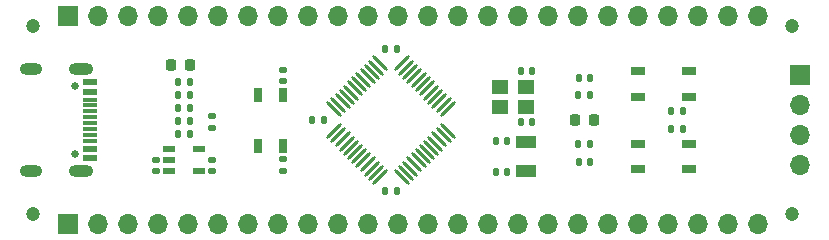
<source format=gts>
%TF.GenerationSoftware,KiCad,Pcbnew,7.0.10*%
%TF.CreationDate,2024-02-06T11:27:38+08:00*%
%TF.ProjectId,UINIO-MCU-STM32F103C8T6,55494e49-4f2d-44d4-9355-2d53544d3332,Version 2.0.0*%
%TF.SameCoordinates,PX72c1710PY5584170*%
%TF.FileFunction,Soldermask,Top*%
%TF.FilePolarity,Negative*%
%FSLAX46Y46*%
G04 Gerber Fmt 4.6, Leading zero omitted, Abs format (unit mm)*
G04 Created by KiCad (PCBNEW 7.0.10) date 2024-02-06 11:27:38*
%MOMM*%
%LPD*%
G01*
G04 APERTURE LIST*
G04 Aperture macros list*
%AMRoundRect*
0 Rectangle with rounded corners*
0 $1 Rounding radius*
0 $2 $3 $4 $5 $6 $7 $8 $9 X,Y pos of 4 corners*
0 Add a 4 corners polygon primitive as box body*
4,1,4,$2,$3,$4,$5,$6,$7,$8,$9,$2,$3,0*
0 Add four circle primitives for the rounded corners*
1,1,$1+$1,$2,$3*
1,1,$1+$1,$4,$5*
1,1,$1+$1,$6,$7*
1,1,$1+$1,$8,$9*
0 Add four rect primitives between the rounded corners*
20,1,$1+$1,$2,$3,$4,$5,0*
20,1,$1+$1,$4,$5,$6,$7,0*
20,1,$1+$1,$6,$7,$8,$9,0*
20,1,$1+$1,$8,$9,$2,$3,0*%
%AMHorizOval*
0 Thick line with rounded ends*
0 $1 width*
0 $2 $3 position (X,Y) of the first rounded end (center of the circle)*
0 $4 $5 position (X,Y) of the second rounded end (center of the circle)*
0 Add line between two ends*
20,1,$1,$2,$3,$4,$5,0*
0 Add two circle primitives to create the rounded ends*
1,1,$1,$2,$3*
1,1,$1,$4,$5*%
G04 Aperture macros list end*
%ADD10RoundRect,0.135000X0.135000X0.185000X-0.135000X0.185000X-0.135000X-0.185000X0.135000X-0.185000X0*%
%ADD11RoundRect,0.140000X0.140000X0.170000X-0.140000X0.170000X-0.140000X-0.170000X0.140000X-0.170000X0*%
%ADD12RoundRect,0.135000X-0.135000X-0.185000X0.135000X-0.185000X0.135000X0.185000X-0.135000X0.185000X0*%
%ADD13R,0.650000X1.200000*%
%ADD14R,1.800000X1.000000*%
%ADD15R,1.000000X0.600000*%
%ADD16RoundRect,0.140000X-0.140000X-0.170000X0.140000X-0.170000X0.140000X0.170000X-0.140000X0.170000X0*%
%ADD17RoundRect,0.218750X-0.218750X-0.256250X0.218750X-0.256250X0.218750X0.256250X-0.218750X0.256250X0*%
%ADD18R,1.200000X0.650000*%
%ADD19R,1.700000X1.700000*%
%ADD20O,1.700000X1.700000*%
%ADD21RoundRect,0.140000X-0.170000X0.140000X-0.170000X-0.140000X0.170000X-0.140000X0.170000X0.140000X0*%
%ADD22C,1.200000*%
%ADD23RoundRect,0.135000X0.185000X-0.135000X0.185000X0.135000X-0.185000X0.135000X-0.185000X-0.135000X0*%
%ADD24C,0.650000*%
%ADD25O,2.100000X1.000000*%
%ADD26O,1.900000X1.000000*%
%ADD27R,1.150000X0.600000*%
%ADD28R,1.150000X0.300000*%
%ADD29RoundRect,0.140000X0.170000X-0.140000X0.170000X0.140000X-0.170000X0.140000X-0.170000X-0.140000X0*%
%ADD30R,1.400000X1.200000*%
%ADD31HorizOval,0.280000X-0.537401X0.537401X0.537401X-0.537401X0*%
%ADD32HorizOval,0.280000X0.537401X0.537401X-0.537401X-0.537401X0*%
%ADD33RoundRect,0.218750X0.218750X0.256250X-0.218750X0.256250X-0.218750X-0.256250X0.218750X-0.256250X0*%
G04 APERTURE END LIST*
D10*
%TO.C,R1*%
X12329060Y-6904468D03*
X11309060Y-6904468D03*
%TD*%
D11*
%TO.C,C7*%
X46190000Y-13727130D03*
X45230000Y-13727130D03*
%TD*%
D12*
%TO.C,R8*%
X53080000Y-9410000D03*
X54100000Y-9410000D03*
%TD*%
D13*
%TO.C,SW2*%
X20205000Y-8022130D03*
X20205000Y-12322130D03*
X18055000Y-8022130D03*
X18055000Y-12322130D03*
%TD*%
D14*
%TO.C,Y1*%
X40799060Y-12012130D03*
X40799060Y-14512130D03*
%TD*%
D15*
%TO.C,U1*%
X10529060Y-12576130D03*
X10529060Y-13526130D03*
X10529060Y-14476130D03*
X13129060Y-14476130D03*
X13129060Y-12576130D03*
%TD*%
D16*
%TO.C,C11*%
X38239060Y-11972130D03*
X39199060Y-11972130D03*
%TD*%
D17*
%TO.C,D1*%
X10751560Y-5490000D03*
X12326560Y-5490000D03*
%TD*%
D18*
%TO.C,SW3*%
X50260000Y-12182130D03*
X54560000Y-12182130D03*
X50260000Y-14332130D03*
X54560000Y-14332130D03*
%TD*%
D19*
%TO.C,J3*%
X63960000Y-6367130D03*
D20*
X63960000Y-8907130D03*
X63960000Y-11447130D03*
X63960000Y-13987130D03*
%TD*%
D21*
%TO.C,C2*%
X9429060Y-13512130D03*
X9429060Y-14472130D03*
%TD*%
D12*
%TO.C,R10*%
X45200000Y-12177130D03*
X46220000Y-12177130D03*
%TD*%
D22*
%TO.C,HOLE\u002A\u002A*%
X-920940Y-2190000D03*
%TD*%
D12*
%TO.C,R4*%
X11310000Y-11311846D03*
X12330000Y-11311846D03*
%TD*%
D22*
%TO.C,HOLE\u002A\u002A*%
X63339060Y-2190000D03*
%TD*%
%TO.C,HOLE\u002A\u002A*%
X63290000Y-18130000D03*
%TD*%
D11*
%TO.C,C4*%
X29829060Y-4172130D03*
X28869060Y-4172130D03*
%TD*%
D23*
%TO.C,R12*%
X14229060Y-10850000D03*
X14229060Y-9830000D03*
%TD*%
D16*
%TO.C,C10*%
X38239060Y-14542130D03*
X39199060Y-14542130D03*
%TD*%
D24*
%TO.C,USB1*%
X2568060Y-7282130D03*
X2568060Y-13062130D03*
D25*
X3068060Y-5847130D03*
X3068060Y-14497130D03*
D26*
X-1131940Y-5847130D03*
X-1131940Y-14497130D03*
D27*
X3830060Y-6972130D03*
X3830060Y-7772130D03*
D28*
X3830060Y-8922130D03*
X3830060Y-9922130D03*
X3830060Y-10422130D03*
X3830060Y-11422130D03*
D27*
X3830060Y-13372130D03*
X3830060Y-12572130D03*
D28*
X3830060Y-11922130D03*
X3830060Y-10922130D03*
X3830060Y-9422130D03*
X3830060Y-8422130D03*
%TD*%
D29*
%TO.C,C5*%
X14230000Y-14472130D03*
X14230000Y-13512130D03*
%TD*%
D10*
%TO.C,R9*%
X54100000Y-10940000D03*
X53080000Y-10940000D03*
%TD*%
D30*
%TO.C,Y2*%
X40759060Y-7332130D03*
X38559060Y-7332130D03*
X38559060Y-9032130D03*
X40759060Y-9032130D03*
%TD*%
D12*
%TO.C,R5*%
X45200000Y-8077130D03*
X46220000Y-8077130D03*
%TD*%
D16*
%TO.C,C6*%
X28859060Y-16152130D03*
X29819060Y-16152130D03*
%TD*%
D31*
%TO.C,U2*%
X30268299Y-14975456D03*
X30621852Y-14621903D03*
X30975406Y-14268349D03*
X31328959Y-13914796D03*
X31682512Y-13561243D03*
X32036066Y-13207689D03*
X32389619Y-12854136D03*
X32743173Y-12500582D03*
X33096726Y-12147029D03*
X33450279Y-11793476D03*
X33803833Y-11439922D03*
X34157386Y-11086369D03*
D32*
X34157386Y-9247891D03*
X33803833Y-8894338D03*
X33450279Y-8540784D03*
X33096726Y-8187231D03*
X32743173Y-7833678D03*
X32389619Y-7480124D03*
X32036066Y-7126571D03*
X31682512Y-6773017D03*
X31328959Y-6419464D03*
X30975406Y-6065911D03*
X30621852Y-5712357D03*
X30268299Y-5358804D03*
D31*
X28429821Y-5358804D03*
X28076268Y-5712357D03*
X27722714Y-6065911D03*
X27369161Y-6419464D03*
X27015608Y-6773017D03*
X26662054Y-7126571D03*
X26308501Y-7480124D03*
X25954947Y-7833678D03*
X25601394Y-8187231D03*
X25247841Y-8540784D03*
X24894287Y-8894338D03*
X24540734Y-9247891D03*
D32*
X24540734Y-11086369D03*
X24894287Y-11439922D03*
X25247841Y-11793476D03*
X25601394Y-12147029D03*
X25954947Y-12500582D03*
X26308501Y-12854136D03*
X26662054Y-13207689D03*
X27015608Y-13561243D03*
X27369161Y-13914796D03*
X27722714Y-14268349D03*
X28076268Y-14621903D03*
X28429821Y-14975456D03*
%TD*%
D11*
%TO.C,C8*%
X41329060Y-10342130D03*
X40369060Y-10342130D03*
%TD*%
D22*
%TO.C,HOLE\u002A\u002A*%
X-970000Y-18130000D03*
%TD*%
D12*
%TO.C,R3*%
X11310000Y-9108156D03*
X12330000Y-9108156D03*
%TD*%
%TO.C,R2*%
X11310000Y-10210000D03*
X12330000Y-10210000D03*
%TD*%
D11*
%TO.C,C1*%
X46190000Y-6577130D03*
X45230000Y-6577130D03*
%TD*%
D33*
%TO.C,L1*%
X46497500Y-10177130D03*
X44922500Y-10177130D03*
%TD*%
D29*
%TO.C,C9*%
X20210000Y-6860000D03*
X20210000Y-5900000D03*
%TD*%
D12*
%TO.C,R11*%
X11310000Y-8006312D03*
X12330000Y-8006312D03*
%TD*%
D16*
%TO.C,C3*%
X22699060Y-10132130D03*
X23659060Y-10132130D03*
%TD*%
D23*
%TO.C,R6*%
X20210000Y-14490000D03*
X20210000Y-13470000D03*
%TD*%
D11*
%TO.C,C12*%
X41329060Y-6022130D03*
X40369060Y-6022130D03*
%TD*%
D18*
%TO.C,SW1*%
X54550000Y-8172130D03*
X50250000Y-8172130D03*
X54550000Y-6022130D03*
X50250000Y-6022130D03*
%TD*%
D19*
%TO.C,J1*%
X1999060Y-1342130D03*
D20*
X4539060Y-1342130D03*
X7079060Y-1342130D03*
X9619060Y-1342130D03*
X12159060Y-1342130D03*
X14699060Y-1342130D03*
X17239060Y-1342130D03*
X19779060Y-1342130D03*
X22319060Y-1342130D03*
X24859060Y-1342130D03*
X27399060Y-1342130D03*
X29939060Y-1342130D03*
X32479060Y-1342130D03*
X35019060Y-1342130D03*
X37559060Y-1342130D03*
X40099060Y-1342130D03*
X42639060Y-1342130D03*
X45179060Y-1342130D03*
X47719060Y-1342130D03*
X50259060Y-1342130D03*
X52799060Y-1342130D03*
X55339060Y-1342130D03*
X57879060Y-1342130D03*
X60419060Y-1342130D03*
%TD*%
D19*
%TO.C,J2*%
X1999060Y-18982130D03*
D20*
X4539060Y-18982130D03*
X7079060Y-18982130D03*
X9619060Y-18982130D03*
X12159060Y-18982130D03*
X14699060Y-18982130D03*
X17239060Y-18982130D03*
X19779060Y-18982130D03*
X22319060Y-18982130D03*
X24859060Y-18982130D03*
X27399060Y-18982130D03*
X29939060Y-18982130D03*
X32479060Y-18982130D03*
X35019060Y-18982130D03*
X37559060Y-18982130D03*
X40099060Y-18982130D03*
X42639060Y-18982130D03*
X45179060Y-18982130D03*
X47719060Y-18982130D03*
X50259060Y-18982130D03*
X52799060Y-18982130D03*
X55339060Y-18982130D03*
X57879060Y-18982130D03*
X60419060Y-18982130D03*
%TD*%
M02*

</source>
